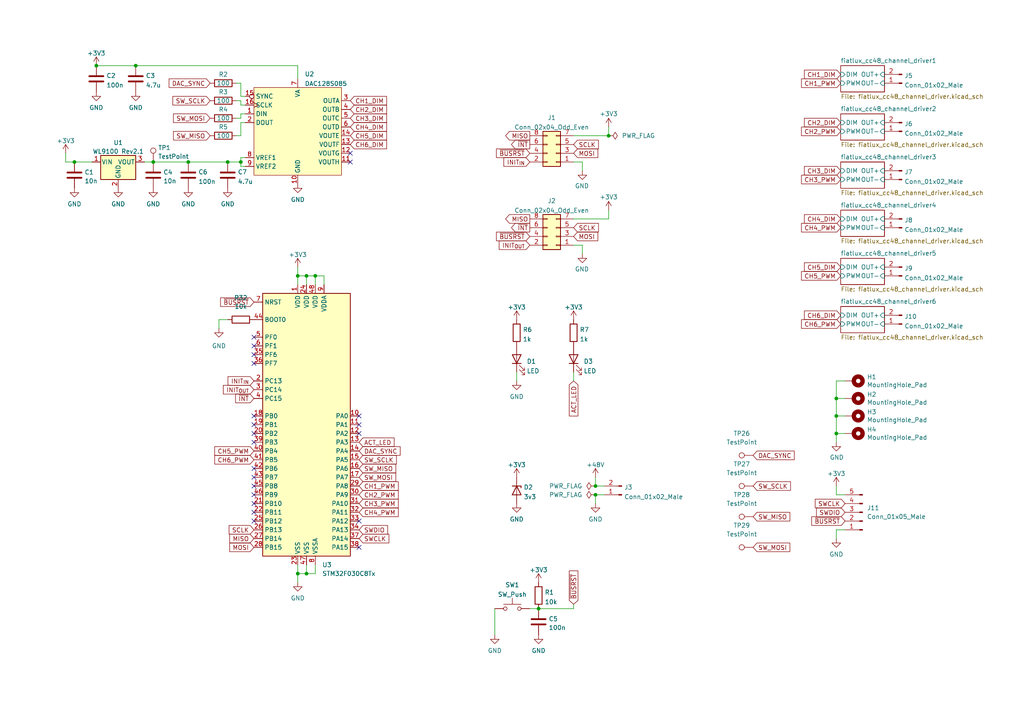
<source format=kicad_sch>
(kicad_sch (version 20211123) (generator eeschema)
  (paper "A4")
  (lib_symbols
    (symbol "Connector:Conn_01x02_Male" (pin_names (offset 1.016) hide)
      (property "Reference" "J" (at 0 2.54 0))
      (property "Value" "Conn_01x02_Male" (at 0 -5.08 0))
      (symbol "Conn_01x02_Male_1_1"
        (polyline (pts (xy 1.27 -2.54) (xy 0.8636 -2.54)) (stroke (width 0.1524)))
        (polyline (pts (xy 1.27 0) (xy 0.8636 0)) (stroke (width 0.1524)))
        (rectangle (start 0.8636 -2.413) (end 0 -2.667) (stroke (width 0.1524)) (fill (type outline)))
        (rectangle (start 0.8636 0.127) (end 0 -0.127) (stroke (width 0.1524)) (fill (type outline)))
        (pin passive line (at 5.08 0 180) (length 3.81) (name "Pin_1") (number "1"))
        (pin passive line (at 5.08 -2.54 180) (length 3.81) (name "Pin_2") (number "2"))
      )
    )
    (symbol "Connector:Conn_01x05_Male" (pin_names (offset 1.016) hide)
      (property "Reference" "J" (at 0 7.62 0))
      (property "Value" "Conn_01x05_Male" (at 0 -7.62 0))
      (symbol "Conn_01x05_Male_1_1"
        (polyline (pts (xy 1.27 -5.08) (xy 0.8636 -5.08)) (stroke (width 0.1524)))
        (polyline (pts (xy 1.27 -2.54) (xy 0.8636 -2.54)) (stroke (width 0.1524)))
        (polyline (pts (xy 1.27 0) (xy 0.8636 0)) (stroke (width 0.1524)))
        (polyline (pts (xy 1.27 2.54) (xy 0.8636 2.54)) (stroke (width 0.1524)))
        (polyline (pts (xy 1.27 5.08) (xy 0.8636 5.08)) (stroke (width 0.1524)))
        (rectangle (start 0.8636 -4.953) (end 0 -5.207) (stroke (width 0.1524)) (fill (type outline)))
        (rectangle (start 0.8636 -2.413) (end 0 -2.667) (stroke (width 0.1524)) (fill (type outline)))
        (rectangle (start 0.8636 0.127) (end 0 -0.127) (stroke (width 0.1524)) (fill (type outline)))
        (rectangle (start 0.8636 2.667) (end 0 2.413) (stroke (width 0.1524)) (fill (type outline)))
        (rectangle (start 0.8636 5.207) (end 0 4.953) (stroke (width 0.1524)) (fill (type outline)))
        (pin passive line (at 5.08 5.08 180) (length 3.81) (name "Pin_1") (number "1"))
        (pin passive line (at 5.08 2.54 180) (length 3.81) (name "Pin_2") (number "2"))
        (pin passive line (at 5.08 0 180) (length 3.81) (name "Pin_3") (number "3"))
        (pin passive line (at 5.08 -2.54 180) (length 3.81) (name "Pin_4") (number "4"))
        (pin passive line (at 5.08 -5.08 180) (length 3.81) (name "Pin_5") (number "5"))
      )
    )
    (symbol "Connector:TestPoint" (pin_numbers hide) (pin_names (offset 0.762) hide)
      (property "Reference" "TP" (at 0 6.858 0))
      (property "Value" "TestPoint" (at 0 5.08 0))
      (symbol "TestPoint_0_1"
        (circle (center 0 3.302) (radius 0.762))
      )
      (symbol "TestPoint_1_1"
        (pin passive line (at 0 0 90) (length 2.54) (name "1") (number "1"))
      )
    )
    (symbol "Connector_Generic:Conn_02x04_Odd_Even" (pin_names (offset 1.016) hide)
      (property "Reference" "J" (at 1.27 5.08 0))
      (property "Value" "Conn_02x04_Odd_Even" (at 1.27 -7.62 0))
      (symbol "Conn_02x04_Odd_Even_1_1"
        (rectangle (start -1.27 -4.953) (end 0 -5.207) (stroke (width 0.1524)))
        (rectangle (start -1.27 -2.413) (end 0 -2.667) (stroke (width 0.1524)))
        (rectangle (start -1.27 0.127) (end 0 -0.127) (stroke (width 0.1524)))
        (rectangle (start -1.27 2.667) (end 0 2.413) (stroke (width 0.1524)))
        (rectangle (start -1.27 3.81) (end 3.81 -6.35) (stroke (width 0.254)) (fill (type background)))
        (rectangle (start 3.81 -4.953) (end 2.54 -5.207) (stroke (width 0.1524)))
        (rectangle (start 3.81 -2.413) (end 2.54 -2.667) (stroke (width 0.1524)))
        (rectangle (start 3.81 0.127) (end 2.54 -0.127) (stroke (width 0.1524)))
        (rectangle (start 3.81 2.667) (end 2.54 2.413) (stroke (width 0.1524)))
        (pin passive line (at -5.08 2.54 0) (length 3.81) (name "Pin_1") (number "1"))
        (pin passive line (at 7.62 2.54 180) (length 3.81) (name "Pin_2") (number "2"))
        (pin passive line (at -5.08 0 0) (length 3.81) (name "Pin_3") (number "3"))
        (pin passive line (at 7.62 0 180) (length 3.81) (name "Pin_4") (number "4"))
        (pin passive line (at -5.08 -2.54 0) (length 3.81) (name "Pin_5") (number "5"))
        (pin passive line (at 7.62 -2.54 180) (length 3.81) (name "Pin_6") (number "6"))
        (pin passive line (at -5.08 -5.08 0) (length 3.81) (name "Pin_7") (number "7"))
        (pin passive line (at 7.62 -5.08 180) (length 3.81) (name "Pin_8") (number "8"))
      )
    )
    (symbol "Device:C" (pin_numbers hide) (pin_names (offset 0.254))
      (property "Reference" "C" (at 0.635 2.54 0))
      (property "Value" "C" (at 0.635 -2.54 0))
      (symbol "C_0_1"
        (polyline (pts (xy -2.032 -0.762) (xy 2.032 -0.762)) (stroke (width 0.508)))
        (polyline (pts (xy -2.032 0.762) (xy 2.032 0.762)) (stroke (width 0.508)))
      )
      (symbol "C_1_1"
        (pin passive line (at 0 3.81 270) (length 2.794) (name "~") (number "1"))
        (pin passive line (at 0 -3.81 90) (length 2.794) (name "~") (number "2"))
      )
    )
    (symbol "Device:D_Zener" (pin_numbers hide) (pin_names (offset 1.016) hide)
      (property "Reference" "D" (at 0 2.54 0))
      (property "Value" "D_Zener" (at 0 -2.54 0))
      (symbol "D_Zener_0_1"
        (polyline (pts (xy 1.27 0) (xy -1.27 0)))
        (polyline (pts (xy -1.27 -1.27) (xy -1.27 1.27) (xy -0.762 1.27)) (stroke (width 0.254)))
        (polyline (pts (xy 1.27 -1.27) (xy 1.27 1.27) (xy -1.27 0) (xy 1.27 -1.27)) (stroke (width 0.254)))
      )
      (symbol "D_Zener_1_1"
        (pin passive line (at -3.81 0 0) (length 2.54) (name "K") (number "1"))
        (pin passive line (at 3.81 0 180) (length 2.54) (name "A") (number "2"))
      )
    )
    (symbol "Device:LED" (pin_numbers hide) (pin_names (offset 1.016) hide)
      (property "Reference" "D" (at 0 2.54 0))
      (property "Value" "LED" (at 0 -2.54 0))
      (symbol "LED_0_1"
        (polyline (pts (xy -1.27 -1.27) (xy -1.27 1.27)) (stroke (width 0.254)))
        (polyline (pts (xy -1.27 0) (xy 1.27 0)))
        (polyline (pts (xy 1.27 -1.27) (xy 1.27 1.27) (xy -1.27 0) (xy 1.27 -1.27)) (stroke (width 0.254)))
        (polyline (pts (xy -3.048 -0.762) (xy -4.572 -2.286) (xy -3.81 -2.286) (xy -4.572 -2.286) (xy -4.572 -1.524)))
        (polyline (pts (xy -1.778 -0.762) (xy -3.302 -2.286) (xy -2.54 -2.286) (xy -3.302 -2.286) (xy -3.302 -1.524)))
      )
      (symbol "LED_1_1"
        (pin passive line (at -3.81 0 0) (length 2.54) (name "K") (number "1"))
        (pin passive line (at 3.81 0 180) (length 2.54) (name "A") (number "2"))
      )
    )
    (symbol "Device:R" (pin_numbers hide) (pin_names (offset 0))
      (property "Reference" "R" (at 2.032 0 90))
      (property "Value" "R" (at 0 0 90))
      (symbol "R_0_1"
        (rectangle (start -1.016 -2.54) (end 1.016 2.54) (stroke (width 0.254)))
      )
      (symbol "R_1_1"
        (pin passive line (at 0 3.81 270) (length 1.27) (name "~") (number "1"))
        (pin passive line (at 0 -3.81 90) (length 1.27) (name "~") (number "2"))
      )
    )
    (symbol "Library:DAC128S085"
      (property "Reference" "U" (at 0 -1.27 0))
      (property "Value" "DAC128S085" (at 0 1.27 0))
      (symbol "DAC128S085_0_1"
        (rectangle (start -12.7 12.7) (end 12.7 -12.7) (stroke (width 0.1524)) (fill (type background)))
      )
      (symbol "DAC128S085_1_1"
        (pin input line (at -15.24 5.08 0) (length 2.54) (name "DIN") (number "1"))
        (pin power_in line (at 0 -15.24 90) (length 2.54) (name "GND") (number "10"))
        (pin output line (at 15.24 -8.89 180) (length 2.54) (name "VOUTH") (number "11"))
        (pin output line (at 15.24 -6.35 180) (length 2.54) (name "VOUTG") (number "12"))
        (pin output line (at 15.24 -3.81 180) (length 2.54) (name "VOUTF") (number "13"))
        (pin output line (at 15.24 -1.27 180) (length 2.54) (name "VOUTE") (number "14"))
        (pin input inverted (at -15.24 10.16 0) (length 2.54) (name "SYNC") (number "15"))
        (pin input clock (at -15.24 7.62 0) (length 2.54) (name "SCLK") (number "16"))
        (pin output line (at -15.24 2.54 0) (length 2.54) (name "DOUT") (number "2"))
        (pin output line (at 15.24 8.89 180) (length 2.54) (name "OUTA") (number "3"))
        (pin output line (at 15.24 6.35 180) (length 2.54) (name "OUTB") (number "4"))
        (pin output line (at 15.24 3.81 180) (length 2.54) (name "OUTC") (number "5"))
        (pin output line (at 15.24 1.27 180) (length 2.54) (name "OUTD") (number "6"))
        (pin power_in line (at 0 15.24 270) (length 2.54) (name "VA") (number "7"))
        (pin input line (at -15.24 -7.62 0) (length 2.54) (name "VREF1") (number "8"))
        (pin input line (at -15.24 -10.16 0) (length 2.54) (name "VREF2") (number "9"))
      )
    )
    (symbol "MCU_ST_STM32F0:STM32F030C8Tx"
      (property "Reference" "U" (at -12.7 39.37 0))
      (property "Value" "STM32F030C8Tx" (at 7.62 39.37 0))
      (symbol "STM32F030C8Tx_0_1"
        (rectangle (start -12.7 -38.1) (end 12.7 38.1) (stroke (width 0.254)) (fill (type background)))
      )
      (symbol "STM32F030C8Tx_1_1"
        (pin power_in line (at -2.54 40.64 270) (length 2.54) (name "VDD") (number "1"))
        (pin bidirectional line (at 15.24 2.54 180) (length 2.54) (name "PA0") (number "10"))
        (pin bidirectional line (at 15.24 0 180) (length 2.54) (name "PA1") (number "11"))
        (pin bidirectional line (at 15.24 -2.54 180) (length 2.54) (name "PA2") (number "12"))
        (pin bidirectional line (at 15.24 -5.08 180) (length 2.54) (name "PA3") (number "13"))
        (pin bidirectional line (at 15.24 -7.62 180) (length 2.54) (name "PA4") (number "14"))
        (pin bidirectional line (at 15.24 -10.16 180) (length 2.54) (name "PA5") (number "15"))
        (pin bidirectional line (at 15.24 -12.7 180) (length 2.54) (name "PA6") (number "16"))
        (pin bidirectional line (at 15.24 -15.24 180) (length 2.54) (name "PA7") (number "17"))
        (pin bidirectional line (at -15.24 2.54 0) (length 2.54) (name "PB0") (number "18"))
        (pin bidirectional line (at -15.24 0 0) (length 2.54) (name "PB1") (number "19"))
        (pin bidirectional line (at -15.24 12.7 0) (length 2.54) (name "PC13") (number "2"))
        (pin bidirectional line (at -15.24 -2.54 0) (length 2.54) (name "PB2") (number "20"))
        (pin bidirectional line (at -15.24 -22.86 0) (length 2.54) (name "PB10") (number "21"))
        (pin bidirectional line (at -15.24 -25.4 0) (length 2.54) (name "PB11") (number "22"))
        (pin power_in line (at -2.54 -40.64 90) (length 2.54) (name "VSS") (number "23"))
        (pin power_in line (at 0 40.64 270) (length 2.54) (name "VDD") (number "24"))
        (pin bidirectional line (at -15.24 -27.94 0) (length 2.54) (name "PB12") (number "25"))
        (pin bidirectional line (at -15.24 -30.48 0) (length 2.54) (name "PB13") (number "26"))
        (pin bidirectional line (at -15.24 -33.02 0) (length 2.54) (name "PB14") (number "27"))
        (pin bidirectional line (at -15.24 -35.56 0) (length 2.54) (name "PB15") (number "28"))
        (pin bidirectional line (at 15.24 -17.78 180) (length 2.54) (name "PA8") (number "29"))
        (pin bidirectional line (at -15.24 10.16 0) (length 2.54) (name "PC14") (number "3"))
        (pin bidirectional line (at 15.24 -20.32 180) (length 2.54) (name "PA9") (number "30"))
        (pin bidirectional line (at 15.24 -22.86 180) (length 2.54) (name "PA10") (number "31"))
        (pin bidirectional line (at 15.24 -25.4 180) (length 2.54) (name "PA11") (number "32"))
        (pin bidirectional line (at 15.24 -27.94 180) (length 2.54) (name "PA12") (number "33"))
        (pin bidirectional line (at 15.24 -30.48 180) (length 2.54) (name "PA13") (number "34"))
        (pin bidirectional line (at -15.24 20.32 0) (length 2.54) (name "PF6") (number "35"))
        (pin bidirectional line (at -15.24 17.78 0) (length 2.54) (name "PF7") (number "36"))
        (pin bidirectional line (at 15.24 -33.02 180) (length 2.54) (name "PA14") (number "37"))
        (pin bidirectional line (at 15.24 -35.56 180) (length 2.54) (name "PA15") (number "38"))
        (pin bidirectional line (at -15.24 -5.08 0) (length 2.54) (name "PB3") (number "39"))
        (pin bidirectional line (at -15.24 7.62 0) (length 2.54) (name "PC15") (number "4"))
        (pin bidirectional line (at -15.24 -7.62 0) (length 2.54) (name "PB4") (number "40"))
        (pin bidirectional line (at -15.24 -10.16 0) (length 2.54) (name "PB5") (number "41"))
        (pin bidirectional line (at -15.24 -12.7 0) (length 2.54) (name "PB6") (number "42"))
        (pin bidirectional line (at -15.24 -15.24 0) (length 2.54) (name "PB7") (number "43"))
        (pin input line (at -15.24 30.48 0) (length 2.54) (name "BOOT0") (number "44"))
        (pin bidirectional line (at -15.24 -17.78 0) (length 2.54) (name "PB8") (number "45"))
        (pin bidirectional line (at -15.24 -20.32 0) (length 2.54) (name "PB9") (number "46"))
        (pin power_in line (at 0 -40.64 90) (length 2.54) (name "VSS") (number "47"))
        (pin power_in line (at 2.54 40.64 270) (length 2.54) (name "VDD") (number "48"))
        (pin input line (at -15.24 25.4 0) (length 2.54) (name "PF0") (number "5"))
        (pin input line (at -15.24 22.86 0) (length 2.54) (name "PF1") (number "6"))
        (pin input line (at -15.24 35.56 0) (length 2.54) (name "NRST") (number "7"))
        (pin power_in line (at 2.54 -40.64 90) (length 2.54) (name "VSSA") (number "8"))
        (pin power_in line (at 5.08 40.64 270) (length 2.54) (name "VDDA") (number "9"))
      )
    )
    (symbol "Mechanical:MountingHole_Pad" (pin_numbers hide) (pin_names (offset 1.016) hide)
      (property "Reference" "H" (at 0 6.35 0))
      (property "Value" "MountingHole_Pad" (at 0 4.445 0))
      (symbol "MountingHole_Pad_0_1"
        (circle (center 0 1.27) (radius 1.27) (stroke (width 1.27)))
      )
      (symbol "MountingHole_Pad_1_1"
        (pin input line (at 0 -2.54 90) (length 2.54) (name "1") (number "1"))
      )
    )
    (symbol "Regulator_Linear:AP2204R-3.0" (pin_names (offset 0.254))
      (property "Reference" "U" (at -5.08 3.175 0))
      (property "Value" "AP2204R-3.0" (at 0 3.175 0))
      (symbol "AP2204R-3.0_0_1"
        (rectangle (start -5.08 1.905) (end 5.08 -5.08) (stroke (width 0.254)) (fill (type background)))
      )
      (symbol "AP2204R-3.0_1_1"
        (pin power_in line (at -7.62 0 0) (length 2.54) (name "VIN") (number "1"))
        (pin power_in line (at 0 -7.62 90) (length 2.54) (name "GND") (number "2"))
        (pin power_out line (at 7.62 0 180) (length 2.54) (name "VOUT") (number "3"))
      )
    )
    (symbol "Switch:SW_Push" (pin_numbers hide) (pin_names (offset 1.016) hide)
      (property "Reference" "SW" (at 1.27 2.54 0))
      (property "Value" "SW_Push" (at 0 -1.524 0))
      (symbol "SW_Push_0_1"
        (circle (center -2.032 0) (radius 0.508))
        (polyline (pts (xy 0 1.27) (xy 0 3.048)))
        (polyline (pts (xy 2.54 1.27) (xy -2.54 1.27)))
        (circle (center 2.032 0) (radius 0.508))
        (pin passive line (at -5.08 0 0) (length 2.54) (name "1") (number "1"))
        (pin passive line (at 5.08 0 180) (length 2.54) (name "2") (number "2"))
      )
    )
    (symbol "library:DAC128S085"
      (property "Reference" "U2" (at 2.0194 16.6157 0))
      (property "Value" "DAC128S085" (at 2.0194 13.8406 0))
      (symbol "DAC128S085_0_1"
        (rectangle (start -12.7 12.7) (end 12.7 -12.7) (stroke (width 0.1524)) (fill (type background)))
      )
      (symbol "DAC128S085_1_1"
        (pin input line (at -15.24 5.08 0) (length 2.54) (name "DIN") (number "1"))
        (pin power_in line (at 0 -15.24 90) (length 2.54) (name "GND") (number "10"))
        (pin output line (at 15.24 -8.89 180) (length 2.54) (name "VOUTH") (number "11"))
        (pin output line (at 15.24 -6.35 180) (length 2.54) (name "VOUTG") (number "12"))
        (pin output line (at 15.24 -3.81 180) (length 2.54) (name "VOUTF") (number "13"))
        (pin output line (at 15.24 -1.27 180) (length 2.54) (name "VOUTE") (number "14"))
        (pin input inverted (at -15.24 10.16 0) (length 2.54) (name "SYNC") (number "15"))
        (pin input clock (at -15.24 7.62 0) (length 2.54) (name "SCLK") (number "16"))
        (pin output line (at -15.24 2.54 0) (length 2.54) (name "DOUT") (number "2"))
        (pin output line (at 15.24 8.89 180) (length 2.54) (name "OUTA") (number "3"))
        (pin output line (at 15.24 6.35 180) (length 2.54) (name "OUTB") (number "4"))
        (pin output line (at 15.24 3.81 180) (length 2.54) (name "OUTC") (number "5"))
        (pin output line (at 15.24 1.27 180) (length 2.54) (name "OUTD") (number "6"))
        (pin power_in line (at 0 15.24 270) (length 2.54) (name "VA") (number "7"))
        (pin input line (at -15.24 -7.62 0) (length 2.54) (name "VREF1") (number "8"))
        (pin input line (at -15.24 -10.16 0) (length 2.54) (name "VREF2") (number "9"))
      )
    )
    (symbol "power:+3.3V" (power) (pin_names (offset 0))
      (property "Value" "+3.3V" (at 0 3.556 0))
      (symbol "+3.3V_0_1"
        (polyline (pts (xy -0.762 1.27) (xy 0 2.54)))
        (polyline (pts (xy 0 0) (xy 0 2.54)))
        (polyline (pts (xy 0 2.54) (xy 0.762 1.27)))
      )
      (symbol "+3.3V_1_1"
        (pin power_in line (at 0 0 90) (length 0) hide (name "+3V3") (number "1"))
      )
    )
    (symbol "power:+3V3" (power) (pin_names (offset 0))
      (property "Value" "+3V3" (at 0 3.556 0))
      (symbol "+3V3_0_1"
        (polyline (pts (xy -0.762 1.27) (xy 0 2.54)))
        (polyline (pts (xy 0 0) (xy 0 2.54)))
        (polyline (pts (xy 0 2.54) (xy 0.762 1.27)))
      )
      (symbol "+3V3_1_1"
        (pin power_in line (at 0 0 90) (length 0) hide (name "+3V3") (number "1"))
      )
    )
    (symbol "power:+48V" (power) (pin_names (offset 0))
      (property "Value" "+48V" (at 0 3.556 0))
      (symbol "+48V_0_1"
        (polyline (pts (xy -0.762 1.27) (xy 0 2.54)))
        (polyline (pts (xy 0 0) (xy 0 2.54)))
        (polyline (pts (xy 0 2.54) (xy 0.762 1.27)))
      )
      (symbol "+48V_1_1"
        (pin power_in line (at 0 0 90) (length 0) hide (name "+48V") (number "1"))
      )
    )
    (symbol "power:GND" (power) (pin_names (offset 0))
      (property "Value" "GND" (at 0 -3.81 0))
      (symbol "GND_0_1"
        (polyline (pts (xy 0 0) (xy 0 -1.27) (xy 1.27 -1.27) (xy 0 -2.54) (xy -1.27 -1.27) (xy 0 -1.27)))
      )
      (symbol "GND_1_1"
        (pin power_in line (at 0 0 270) (length 0) hide (name "GND") (number "1"))
      )
    )
    (symbol "power:PWR_FLAG" (power) (pin_numbers hide) (pin_names (offset 0) hide)
      (property "Value" "PWR_FLAG" (at 0 3.81 0))
      (symbol "PWR_FLAG_0_0"
        (pin power_out line (at 0 0 90) (length 0) (name "pwr") (number "1"))
      )
      (symbol "PWR_FLAG_0_1"
        (polyline (pts (xy 0 0) (xy 0 1.27) (xy -1.016 1.905) (xy 0 2.54) (xy 1.016 1.905) (xy 0 1.27)))
      )
    )
  )
  (junction (at 44.45 46.99))
  (junction (at 242.57 115.57))
  (junction (at 172.72 140.97))
  (junction (at 66.04 46.99))
  (junction (at 39.37 19.05))
  (junction (at 88.9 166.37))
  (junction (at 69.85 46.99))
  (junction (at 88.9 80.01))
  (junction (at 86.36 166.37))
  (junction (at 21.59 46.99))
  (junction (at 242.57 125.73))
  (junction (at 172.72 143.51))
  (junction (at 54.61 46.99))
  (junction (at 91.44 80.01))
  (junction (at 27.94 19.05))
  (junction (at 242.57 120.65))
  (junction (at 156.21 176.53))
  (junction (at 176.53 39.37))
  (junction (at 86.36 80.01))
  (no_connect (at 101.6 44.45))
  (no_connect (at 101.6 46.99))
  (no_connect (at 104.14 151.13))
  (no_connect (at 104.14 158.75))
  (no_connect (at 104.14 125.73))
  (no_connect (at 104.14 123.19))
  (no_connect (at 104.14 120.65))
  (no_connect (at 73.66 97.79))
  (no_connect (at 73.66 100.33))
  (no_connect (at 73.66 102.87))
  (no_connect (at 73.66 105.41))
  (no_connect (at 73.66 120.65))
  (no_connect (at 73.66 123.19))
  (no_connect (at 73.66 125.73))
  (no_connect (at 73.66 128.27))
  (no_connect (at 73.66 135.89))
  (no_connect (at 73.66 138.43))
  (no_connect (at 73.66 140.97))
  (no_connect (at 73.66 143.51))
  (no_connect (at 73.66 146.05))
  (no_connect (at 73.66 148.59))
  (no_connect (at 73.66 151.13))
  (wire (pts (xy 88.9 80.01) (xy 91.44 80.01)))
  (wire (pts (xy 69.85 27.94) (xy 69.85 24.13)))
  (wire (pts (xy 86.36 19.05) (xy 86.36 22.86)))
  (wire (pts (xy 27.94 19.05) (xy 39.37 19.05)))
  (wire (pts (xy 69.85 46.99) (xy 69.85 48.26)))
  (wire (pts (xy 176.53 36.83) (xy 176.53 39.37)))
  (wire (pts (xy 69.85 39.37) (xy 68.58 39.37)))
  (wire (pts (xy 39.37 19.05) (xy 86.36 19.05)))
  (wire (pts (xy 19.05 46.99) (xy 21.59 46.99)))
  (wire (pts (xy 242.57 115.57) (xy 242.57 120.65)))
  (wire (pts (xy 69.85 24.13) (xy 68.58 24.13)))
  (wire (pts (xy 242.57 115.57) (xy 245.11 115.57)))
  (wire (pts (xy 166.37 46.99) (xy 168.91 46.99)))
  (wire (pts (xy 66.04 92.71) (xy 63.5 92.71)))
  (wire (pts (xy 88.9 166.37) (xy 91.44 166.37)))
  (wire (pts (xy 69.85 45.72) (xy 69.85 46.99)))
  (wire (pts (xy 86.36 77.47) (xy 86.36 80.01)))
  (wire (pts (xy 66.04 46.99) (xy 69.85 46.99)))
  (wire (pts (xy 172.72 140.97) (xy 175.26 140.97)))
  (wire (pts (xy 242.57 125.73) (xy 242.57 128.27)))
  (wire (pts (xy 44.45 46.99) (xy 54.61 46.99)))
  (wire (pts (xy 176.53 39.37) (xy 166.37 39.37)))
  (wire (pts (xy 242.57 143.51) (xy 245.11 143.51)))
  (wire (pts (xy 41.91 46.99) (xy 44.45 46.99)))
  (wire (pts (xy 242.57 120.65) (xy 245.11 120.65)))
  (wire (pts (xy 168.91 46.99) (xy 168.91 49.53)))
  (wire (pts (xy 69.85 45.72) (xy 71.12 45.72)))
  (wire (pts (xy 242.57 153.67) (xy 245.11 153.67)))
  (wire (pts (xy 156.21 176.53) (xy 166.37 176.53)))
  (wire (pts (xy 86.36 80.01) (xy 88.9 80.01)))
  (wire (pts (xy 21.59 46.99) (xy 26.67 46.99)))
  (wire (pts (xy 175.26 143.51) (xy 172.72 143.51)))
  (wire (pts (xy 69.85 30.48) (xy 71.12 30.48)))
  (wire (pts (xy 168.91 71.12) (xy 168.91 73.66)))
  (wire (pts (xy 153.67 176.53) (xy 156.21 176.53)))
  (wire (pts (xy 242.57 110.49) (xy 242.57 115.57)))
  (wire (pts (xy 143.51 176.53) (xy 143.51 184.15)))
  (wire (pts (xy 176.53 63.5) (xy 166.37 63.5)))
  (wire (pts (xy 172.72 138.43) (xy 172.72 140.97)))
  (wire (pts (xy 88.9 163.83) (xy 88.9 166.37)))
  (wire (pts (xy 71.12 48.26) (xy 69.85 48.26)))
  (wire (pts (xy 69.85 33.02) (xy 69.85 34.29)))
  (wire (pts (xy 71.12 33.02) (xy 69.85 33.02)))
  (wire (pts (xy 69.85 29.21) (xy 69.85 30.48)))
  (wire (pts (xy 91.44 166.37) (xy 91.44 163.83)))
  (wire (pts (xy 63.5 92.71) (xy 63.5 95.25)))
  (wire (pts (xy 176.53 60.96) (xy 176.53 63.5)))
  (wire (pts (xy 149.86 107.95) (xy 149.86 110.49)))
  (wire (pts (xy 245.11 110.49) (xy 242.57 110.49)))
  (wire (pts (xy 71.12 27.94) (xy 69.85 27.94)))
  (wire (pts (xy 86.36 166.37) (xy 88.9 166.37)))
  (wire (pts (xy 71.12 35.56) (xy 69.85 35.56)))
  (wire (pts (xy 86.36 166.37) (xy 86.36 168.91)))
  (wire (pts (xy 68.58 34.29) (xy 69.85 34.29)))
  (wire (pts (xy 172.72 143.51) (xy 172.72 146.05)))
  (wire (pts (xy 91.44 80.01) (xy 91.44 82.55)))
  (wire (pts (xy 86.36 163.83) (xy 86.36 166.37)))
  (wire (pts (xy 166.37 71.12) (xy 168.91 71.12)))
  (wire (pts (xy 245.11 125.73) (xy 242.57 125.73)))
  (wire (pts (xy 166.37 175.26) (xy 166.37 176.53)))
  (wire (pts (xy 91.44 80.01) (xy 93.98 80.01)))
  (wire (pts (xy 242.57 153.67) (xy 242.57 156.21)))
  (wire (pts (xy 68.58 29.21) (xy 69.85 29.21)))
  (wire (pts (xy 88.9 80.01) (xy 88.9 82.55)))
  (wire (pts (xy 19.05 46.99) (xy 19.05 44.45)))
  (wire (pts (xy 242.57 120.65) (xy 242.57 125.73)))
  (wire (pts (xy 166.37 107.95) (xy 166.37 110.49)))
  (wire (pts (xy 93.98 80.01) (xy 93.98 82.55)))
  (wire (pts (xy 54.61 46.99) (xy 66.04 46.99)))
  (wire (pts (xy 242.57 140.97) (xy 242.57 143.51)))
  (wire (pts (xy 69.85 35.56) (xy 69.85 39.37)))
  (wire (pts (xy 86.36 82.55) (xy 86.36 80.01)))
  (global_label "CH6_DIM" (shape input) (at 243.84 91.44 180) (property "Intersheet References" "${INTERSHEET_REFS}" (effects hide)))
  (global_label "SW_SCLK" (shape input) (at 60.96 29.21 180) (property "Intersheet References" "${INTERSHEET_REFS}" (effects hide)))
  (global_label "INIT_{OUT}" (shape input) (at 153.67 71.12 180) (property "Referenzen zwischen Schaltplänen" "${INTERSHEET_REFS}" (effects hide)))
  (global_label "~{BUSRST}" (shape input) (at 73.66 87.63 180) (property "Referenzen zwischen Schaltplänen" "${INTERSHEET_REFS}" (effects hide)))
  (global_label "SWCLK" (shape input) (at 104.14 156.21 0) (property "Intersheet References" "${INTERSHEET_REFS}" (effects hide)))
  (global_label "CH2_DIM" (shape input) (at 101.6 31.75 0) (property "Intersheet References" "${INTERSHEET_REFS}" (effects hide)))
  (global_label "CH5_PWM" (shape input) (at 73.66 130.81 180) (property "Intersheet References" "${INTERSHEET_REFS}" (effects hide)))
  (global_label "CH5_DIM" (shape input) (at 243.84 77.47 180) (property "Intersheet References" "${INTERSHEET_REFS}" (effects hide)))
  (global_label "SWDIO" (shape input) (at 104.14 153.67 0) (property "Intersheet References" "${INTERSHEET_REFS}" (effects hide)))
  (global_label "SWDIO" (shape input) (at 245.11 148.59 180) (property "Intersheet References" "${INTERSHEET_REFS}" (effects hide)))
  (global_label "SCLK" (shape input) (at 166.37 66.04 0) (property "Referenzen zwischen Schaltplänen" "${INTERSHEET_REFS}" (effects hide)))
  (global_label "MOSI" (shape input) (at 166.37 68.58 0) (property "Referenzen zwischen Schaltplänen" "${INTERSHEET_REFS}" (effects hide)))
  (global_label "SW_MISO" (shape input) (at 104.14 135.89 0) (property "Intersheet References" "${INTERSHEET_REFS}" (effects hide)))
  (global_label "SW_MOSI" (shape input) (at 104.14 138.43 0) (property "Intersheet References" "${INTERSHEET_REFS}" (effects hide)))
  (global_label "CH2_PWM" (shape input) (at 104.14 143.51 0) (property "Intersheet References" "${INTERSHEET_REFS}" (effects hide)))
  (global_label "CH4_PWM" (shape input) (at 104.14 148.59 0) (property "Intersheet References" "${INTERSHEET_REFS}" (effects hide)))
  (global_label "ACT_LED" (shape input) (at 166.37 110.49 270) (property "Intersheet References" "${INTERSHEET_REFS}" (effects hide)))
  (global_label "INIT_{IN}" (shape input) (at 153.67 46.99 180) (property "Referenzen zwischen Schaltplänen" "${INTERSHEET_REFS}" (effects hide)))
  (global_label "SCLK" (shape input) (at 166.37 41.91 0) (property "Referenzen zwischen Schaltplänen" "${INTERSHEET_REFS}" (effects hide)))
  (global_label "MOSI" (shape input) (at 166.37 44.45 0) (property "Referenzen zwischen Schaltplänen" "${INTERSHEET_REFS}" (effects hide)))
  (global_label "~{INT}" (shape output) (at 153.67 41.91 180) (property "Referenzen zwischen Schaltplänen" "${INTERSHEET_REFS}" (effects hide)))
  (global_label "CH1_DIM" (shape input) (at 101.6 29.21 0) (property "Intersheet References" "${INTERSHEET_REFS}" (effects hide)))
  (global_label "SW_SCLK" (shape input) (at 218.44 140.97 0) (property "Intersheet References" "${INTERSHEET_REFS}" (effects hide)))
  (global_label "CH3_DIM" (shape input) (at 101.6 34.29 0) (property "Intersheet References" "${INTERSHEET_REFS}" (effects hide)))
  (global_label "SW_MOSI" (shape input) (at 60.96 34.29 180) (property "Intersheet References" "${INTERSHEET_REFS}" (effects hide)))
  (global_label "MISO" (shape output) (at 153.67 63.5 180) (property "Referenzen zwischen Schaltplänen" "${INTERSHEET_REFS}" (effects hide)))
  (global_label "~{INT}" (shape output) (at 153.67 66.04 180) (property "Referenzen zwischen Schaltplänen" "${INTERSHEET_REFS}" (effects hide)))
  (global_label "SWCLK" (shape input) (at 245.11 146.05 180) (property "Intersheet References" "${INTERSHEET_REFS}" (effects hide)))
  (global_label "CH6_PWM" (shape input) (at 243.84 93.98 180) (property "Intersheet References" "${INTERSHEET_REFS}" (effects hide)))
  (global_label "CH3_DIM" (shape input) (at 243.84 49.53 180) (property "Intersheet References" "${INTERSHEET_REFS}" (effects hide)))
  (global_label "CH3_PWM" (shape input) (at 104.14 146.05 0) (property "Intersheet References" "${INTERSHEET_REFS}" (effects hide)))
  (global_label "CH1_PWM" (shape input) (at 104.14 140.97 0) (property "Intersheet References" "${INTERSHEET_REFS}" (effects hide)))
  (global_label "MOSI" (shape input) (at 73.66 158.75 180) (property "Intersheet References" "${INTERSHEET_REFS}" (effects hide)))
  (global_label "SW_SCLK" (shape input) (at 104.14 133.35 0) (property "Intersheet References" "${INTERSHEET_REFS}" (effects hide)))
  (global_label "CH4_DIM" (shape input) (at 243.84 63.5 180) (property "Intersheet References" "${INTERSHEET_REFS}" (effects hide)))
  (global_label "DAC_SYNC" (shape input) (at 60.96 24.13 180) (property "Intersheet References" "${INTERSHEET_REFS}" (effects hide)))
  (global_label "SCLK" (shape input) (at 73.66 153.67 180) (property "Intersheet References" "${INTERSHEET_REFS}" (effects hide)))
  (global_label "~{BUSRST}" (shape input) (at 153.67 44.45 180) (property "Referenzen zwischen Schaltplänen" "${INTERSHEET_REFS}" (effects hide)))
  (global_label "CH3_PWM" (shape input) (at 243.84 52.07 180) (property "Intersheet References" "${INTERSHEET_REFS}" (effects hide)))
  (global_label "DAC_SYNC" (shape input) (at 104.14 130.81 0) (property "Intersheet References" "${INTERSHEET_REFS}" (effects hide)))
  (global_label "MISO" (shape output) (at 153.67 39.37 180) (property "Referenzen zwischen Schaltplänen" "${INTERSHEET_REFS}" (effects hide)))
  (global_label "CH5_DIM" (shape input) (at 101.6 39.37 0) (property "Intersheet References" "${INTERSHEET_REFS}" (effects hide)))
  (global_label "INIT_{IN}" (shape input) (at 73.66 110.49 180) (property "Intersheet References" "${INTERSHEET_REFS}" (effects hide)))
  (global_label "DAC_SYNC" (shape input) (at 218.44 132.08 0) (property "Intersheet References" "${INTERSHEET_REFS}" (effects hide)))
  (global_label "~{BUSRST}" (shape input) (at 166.37 175.26 90) (property "Referenzen zwischen Schaltplänen" "${INTERSHEET_REFS}" (effects hide)))
  (global_label "CH2_PWM" (shape input) (at 243.84 38.1 180) (property "Intersheet References" "${INTERSHEET_REFS}" (effects hide)))
  (global_label "SW_MISO" (shape input) (at 218.44 149.86 0) (property "Intersheet References" "${INTERSHEET_REFS}" (effects hide)))
  (global_label "SW_MISO" (shape input) (at 60.96 39.37 180) (property "Intersheet References" "${INTERSHEET_REFS}" (effects hide)))
  (global_label "INIT_{OUT}" (shape input) (at 73.66 113.03 180) (property "Intersheet References" "${INTERSHEET_REFS}" (effects hide)))
  (global_label "CH5_PWM" (shape input) (at 243.84 80.01 180) (property "Intersheet References" "${INTERSHEET_REFS}" (effects hide)))
  (global_label "CH2_DIM" (shape input) (at 243.84 35.56 180) (property "Intersheet References" "${INTERSHEET_REFS}" (effects hide)))
  (global_label "CH4_PWM" (shape input) (at 243.84 66.04 180) (property "Intersheet References" "${INTERSHEET_REFS}" (effects hide)))
  (global_label "CH6_PWM" (shape input) (at 73.66 133.35 180) (property "Intersheet References" "${INTERSHEET_REFS}" (effects hide)))
  (global_label "~{INT}" (shape input) (at 73.66 115.57 180) (property "Intersheet References" "${INTERSHEET_REFS}" (effects hide)))
  (global_label "~{BUSRST}" (shape input) (at 245.11 151.13 180) (property "Referenzen zwischen Schaltplänen" "${INTERSHEET_REFS}" (effects hide)))
  (global_label "CH6_DIM" (shape input) (at 101.6 41.91 0) (property "Intersheet References" "${INTERSHEET_REFS}" (effects hide)))
  (global_label "ACT_LED" (shape input) (at 104.14 128.27 0) (property "Intersheet References" "${INTERSHEET_REFS}" (effects hide)))
  (global_label "MISO" (shape input) (at 73.66 156.21 180) (property "Intersheet References" "${INTERSHEET_REFS}" (effects hide)))
  (global_label "CH1_PWM" (shape input) (at 243.84 24.13 180) (property "Intersheet References" "${INTERSHEET_REFS}" (effects hide)))
  (global_label "SW_MOSI" (shape input) (at 218.44 158.75 0) (property "Intersheet References" "${INTERSHEET_REFS}" (effects hide)))
  (global_label "CH1_DIM" (shape input) (at 243.84 21.59 180) (property "Intersheet References" "${INTERSHEET_REFS}" (effects hide)))
  (global_label "~{BUSRST}" (shape input) (at 153.67 68.58 180) (property "Referenzen zwischen Schaltplänen" "${INTERSHEET_REFS}" (effects hide)))
  (global_label "CH4_DIM" (shape input) (at 101.6 36.83 0) (property "Intersheet References" "${INTERSHEET_REFS}" (effects hide)))
  (symbol (lib_id "Mechanical:MountingHole_Pad") (at 247.65 125.73 270) (unit 1)
    (property "Reference" "H4" (at 251.46 124.5616 90) (effects (justify left)))
    (property "Value" "MountingHole_Pad" (at 251.46 126.873 90) (effects (justify left)))
    (property "Footprint" "MountingHole:MountingHole_2.2mm_M2_Pad_Via" (effects hide))
    (property "LCSC" "-" (effects hide))
  )
  (symbol (lib_id "Device:LED") (at 166.37 104.14 90) (unit 1)
    (property "Reference" "D3" (at 169.291 104.819 90) (effects (justify right)))
    (property "Value" "LED" (at 169.291 107.5941 90) (effects (justify right)))
    (property "Footprint" "LED_SMD:LED_0805_2012Metric" (effects hide))
  )
  (symbol (lib_id "power:PWR_FLAG") (at 172.72 140.97 90) (unit 1)
    (property "Reference" "#FLG01" (effects hide))
    (property "Value" "PWR_FLAG" (at 168.91 140.9699 90) (effects (justify left)))
  )
  (symbol (lib_id "Device:C") (at 21.59 50.8 0) (unit 1)
    (property "Reference" "C1" (at 24.511 49.9653 0) (effects (justify left)))
    (property "Value" "10n" (at 24.511 52.5022 0) (effects (justify left)))
    (property "Footprint" "Capacitor_SMD:C_0805_2012Metric" (effects hide))
  )
  (symbol (lib_id "Device:D_Zener") (at 149.86 142.24 270) (unit 1)
    (property "Reference" "D2" (at 151.892 141.3315 90) (effects (justify left)))
    (property "Value" "3v3" (at 151.892 144.1066 90) (effects (justify left)))
    (property "Footprint" "Diode_SMD:D_MiniMELF" (effects hide))
  )
  (symbol (lib_id "Device:R") (at 69.85 92.71 270) (unit 1)
    (property "Reference" "R32" (at 69.85 86.36 90))
    (property "Value" "10k" (at 69.85 88.9 90))
    (property "Footprint" "Resistor_SMD:R_0603_1608Metric" (effects hide))
  )
  (symbol (lib_id "Connector:TestPoint") (at 44.45 46.99 0) (unit 1)
    (property "Reference" "TP1" (at 45.847 42.8533 0) (effects (justify left)))
    (property "Value" "TestPoint" (at 45.847 45.3902 0) (effects (justify left)))
    (property "Footprint" "TestPoint:TestPoint_Pad_D1.0mm" (effects hide))
  )
  (symbol (lib_id "Device:C") (at 27.94 22.86 0) (unit 1)
    (property "Reference" "C2" (at 30.861 21.9515 0) (effects (justify left)))
    (property "Value" "100n" (at 30.861 24.7266 0) (effects (justify left)))
    (property "Footprint" "Capacitor_SMD:C_0805_2012Metric" (effects hide))
  )
  (symbol (lib_id "power:GND") (at 66.04 54.61 0) (unit 1)
    (property "Reference" "#PWR012" (effects hide))
    (property "Value" "GND" (at 66.04 59.1725 0))
  )
  (symbol (lib_id "Device:R") (at 149.86 96.52 0) (unit 1)
    (property "Reference" "R6" (at 151.638 95.6115 0) (effects (justify left)))
    (property "Value" "1k" (at 151.638 98.3866 0) (effects (justify left)))
    (property "Footprint" "Resistor_SMD:R_0603_1608Metric" (effects hide))
  )
  (symbol (lib_id "Connector:TestPoint") (at 218.44 149.86 90) (unit 1)
    (property "Reference" "TP28" (at 215.138 143.51 90))
    (property "Value" "TestPoint" (at 215.138 146.05 90))
    (property "Footprint" "TestPoint:TestPoint_Pad_D1.0mm" (effects hide))
  )
  (symbol (lib_id "Connector:Conn_01x02_Male") (at 261.62 38.1 180) (unit 1)
    (property "Reference" "J6" (at 262.3312 35.9215 0) (effects (justify right)))
    (property "Value" "Conn_01x02_Male" (at 262.3312 38.6966 0) (effects (justify right)))
    (property "Footprint" "TerminalBlock:TerminalBlock_bornier-2_P5.08mm" (effects hide))
  )
  (symbol (lib_id "Connector:Conn_01x02_Male") (at 180.34 143.51 180) (unit 1)
    (property "Reference" "J3" (at 181.0512 141.3315 0) (effects (justify right)))
    (property "Value" "Conn_01x02_Male" (at 181.0512 144.1066 0) (effects (justify right)))
    (property "Footprint" "TerminalBlock:TerminalBlock_bornier-2_P5.08mm" (effects hide))
  )
  (symbol (lib_id "power:+3V3") (at 19.05 44.45 0) (unit 1)
    (property "Reference" "#PWR01" (effects hide))
    (property "Value" "+3V3" (at 19.05 40.8455 0))
  )
  (symbol (lib_id "Mechanical:MountingHole_Pad") (at 247.65 115.57 270) (unit 1)
    (property "Reference" "H2" (at 251.46 114.4016 90) (effects (justify left)))
    (property "Value" "MountingHole_Pad" (at 251.46 116.713 90) (effects (justify left)))
    (property "Footprint" "MountingHole:MountingHole_2.2mm_M2_Pad_Via" (effects hide))
    (property "LCSC" "-" (effects hide))
  )
  (symbol (lib_id "Connector:TestPoint") (at 218.44 158.75 90) (unit 1)
    (property "Reference" "TP29" (at 215.138 152.4 90))
    (property "Value" "TestPoint" (at 215.138 154.94 90))
    (property "Footprint" "TestPoint:TestPoint_Pad_D1.0mm" (effects hide))
  )
  (symbol (lib_id "power:GND") (at 39.37 26.67 0) (unit 1)
    (property "Reference" "#PWR07" (effects hide))
    (property "Value" "GND" (at 39.37 31.2325 0))
  )
  (symbol (lib_id "Device:R") (at 166.37 96.52 0) (unit 1)
    (property "Reference" "R7" (at 168.148 95.6115 0) (effects (justify left)))
    (property "Value" "1k" (at 168.148 98.3866 0) (effects (justify left)))
    (property "Footprint" "Resistor_SMD:R_0603_1608Metric" (effects hide))
  )
  (symbol (lib_id "Connector:Conn_01x02_Male") (at 261.62 80.01 180) (unit 1)
    (property "Reference" "J9" (at 262.3312 77.8315 0) (effects (justify right)))
    (property "Value" "Conn_01x02_Male" (at 262.3312 80.6066 0) (effects (justify right)))
    (property "Footprint" "TerminalBlock:TerminalBlock_bornier-2_P5.08mm" (effects hide))
  )
  (symbol (lib_id "Connector:TestPoint") (at 218.44 140.97 90) (unit 1)
    (property "Reference" "TP27" (at 215.138 134.62 90))
    (property "Value" "TestPoint" (at 215.138 137.16 90))
    (property "Footprint" "TestPoint:TestPoint_Pad_D1.0mm" (effects hide))
  )
  (symbol (lib_id "power:GND") (at 242.57 128.27 0) (unit 1)
    (property "Reference" "#PWR029" (effects hide))
    (property "Value" "GND" (at 242.697 132.6642 0))
  )
  (symbol (lib_id "Device:C") (at 66.04 50.8 0) (unit 1)
    (property "Reference" "C7" (at 68.961 49.8915 0) (effects (justify left)))
    (property "Value" "4.7u" (at 68.961 52.6666 0) (effects (justify left)))
    (property "Footprint" "Capacitor_SMD:C_0805_2012Metric" (effects hide))
  )
  (symbol (lib_id "power:+3V3") (at 242.57 140.97 0) (unit 1)
    (property "Reference" "#PWR0102" (effects hide))
    (property "Value" "+3V3" (at 242.57 137.3655 0))
  )
  (symbol (lib_id "Connector:Conn_01x02_Male") (at 261.62 66.04 180) (unit 1)
    (property "Reference" "J8" (at 262.3312 63.8615 0) (effects (justify right)))
    (property "Value" "Conn_01x02_Male" (at 262.3312 66.6366 0) (effects (justify right)))
    (property "Footprint" "TerminalBlock:TerminalBlock_bornier-2_P5.08mm" (effects hide))
  )
  (symbol (lib_id "power:GND") (at 27.94 26.67 0) (unit 1)
    (property "Reference" "#PWR04" (effects hide))
    (property "Value" "GND" (at 27.94 31.2325 0))
  )
  (symbol (lib_id "Device:C") (at 54.61 50.8 0) (unit 1)
    (property "Reference" "C6" (at 57.531 49.8915 0) (effects (justify left)))
    (property "Value" "100n" (at 57.531 52.6666 0) (effects (justify left)))
    (property "Footprint" "Capacitor_SMD:C_0805_2012Metric" (effects hide))
  )
  (symbol (lib_id "Device:C") (at 44.45 50.8 0) (unit 1)
    (property "Reference" "C4" (at 47.371 49.9653 0) (effects (justify left)))
    (property "Value" "10n" (at 47.371 52.5022 0) (effects (justify left)))
    (property "Footprint" "Capacitor_SMD:C_0805_2012Metric" (effects hide))
  )
  (symbol (lib_id "power:+48V") (at 172.72 138.43 0) (unit 1)
    (property "Reference" "#PWR024" (effects hide))
    (property "Value" "+48V" (at 172.72 134.8255 0))
  )
  (symbol (lib_id "Device:R") (at 64.77 24.13 90) (unit 1)
    (property "Reference" "R2" (at 64.77 21.59 90))
    (property "Value" "100" (at 64.77 24.13 90))
    (property "Footprint" "Resistor_SMD:R_0603_1608Metric" (effects hide))
  )
  (symbol (lib_id "power:GND") (at 242.57 156.21 0) (unit 1)
    (property "Reference" "#PWR0103" (effects hide))
    (property "Value" "GND" (at 242.57 160.7725 0))
  )
  (symbol (lib_id "power:GND") (at 63.5 95.25 0) (unit 1)
    (property "Reference" "#PWR0101" (effects hide))
    (property "Value" "GND" (at 63.5 100.33 0))
  )
  (symbol (lib_id "Device:C") (at 156.21 180.34 0) (unit 1)
    (property "Reference" "C5" (at 159.131 179.5053 0) (effects (justify left)))
    (property "Value" "100n" (at 159.131 182.0422 0) (effects (justify left)))
    (property "Footprint" "Capacitor_SMD:C_0805_2012Metric" (effects hide))
  )
  (symbol (lib_id "Connector:Conn_01x02_Male") (at 261.62 52.07 180) (unit 1)
    (property "Reference" "J7" (at 262.3312 49.8915 0) (effects (justify right)))
    (property "Value" "Conn_01x02_Male" (at 262.3312 52.6666 0) (effects (justify right)))
    (property "Footprint" "TerminalBlock:TerminalBlock_bornier-2_P5.08mm" (effects hide))
  )
  (symbol (lib_id "Device:R") (at 64.77 39.37 90) (unit 1)
    (property "Reference" "R5" (at 64.77 36.83 90))
    (property "Value" "100" (at 64.77 39.37 90))
    (property "Footprint" "Resistor_SMD:R_0603_1608Metric" (effects hide))
  )
  (symbol (lib_id "Mechanical:MountingHole_Pad") (at 247.65 120.65 270) (unit 1)
    (property "Reference" "H3" (at 251.46 119.4816 90) (effects (justify left)))
    (property "Value" "MountingHole_Pad" (at 251.46 121.793 90) (effects (justify left)))
    (property "Footprint" "MountingHole:MountingHole_2.2mm_M2_Pad_Via" (effects hide))
    (property "LCSC" "-" (effects hide))
  )
  (symbol (lib_id "power:GND") (at 168.91 49.53 0) (mirror y) (unit 1)
    (property "Reference" "#PWR022" (effects hide))
    (property "Value" "GND" (at 168.783 53.9242 0))
  )
  (symbol (lib_id "power:GND") (at 143.51 184.15 0) (unit 1)
    (property "Reference" "#PWR06" (effects hide))
    (property "Value" "GND" (at 143.51 188.7125 0))
  )
  (symbol (lib_id "Connector:Conn_01x02_Male") (at 261.62 93.98 180) (unit 1)
    (property "Reference" "J10" (at 262.3312 91.8015 0) (effects (justify right)))
    (property "Value" "Conn_01x02_Male" (at 262.3312 94.5766 0) (effects (justify right)))
    (property "Footprint" "TerminalBlock:TerminalBlock_bornier-2_P5.08mm" (effects hide))
  )
  (symbol (lib_id "power:GND") (at 54.61 54.61 0) (unit 1)
    (property "Reference" "#PWR011" (effects hide))
    (property "Value" "GND" (at 54.61 59.1725 0))
  )
  (symbol (lib_id "power:+3.3V") (at 176.53 60.96 0) (unit 1)
    (property "Reference" "#PWR027" (effects hide))
    (property "Value" "+3.3V" (at 176.53 57.15 0))
  )
  (symbol (lib_id "Device:R") (at 156.21 172.72 0) (unit 1)
    (property "Reference" "R1" (at 157.988 171.8115 0) (effects (justify left)))
    (property "Value" "10k" (at 157.988 174.5866 0) (effects (justify left)))
    (property "Footprint" "Resistor_SMD:R_0603_1608Metric" (effects hide))
  )
  (symbol (lib_id "MCU_ST_STM32F0:STM32F030C8Tx") (at 88.9 123.19 0) (unit 1)
    (property "Reference" "U3" (at 93.4594 163.83 0) (effects (justify left)))
    (property "Value" "STM32F030C8Tx" (at 93.4594 166.37 0) (effects (justify left)))
    (property "Footprint" "Package_QFP:LQFP-48_7x7mm_P0.5mm" (effects hide))
    (property "Datasheet" "http://www.st.com/st-web-ui/static/active/en/resource/technical/document/datasheet/DM00088500.pdf" (effects hide))
    (property "LCSC" " C23922" (effects hide))
  )
  (symbol (lib_id "Regulator_Linear:AP2204R-3.0") (at 34.29 46.99 0) (unit 1)
    (property "Reference" "U1" (at 34.29 41.3852 0))
    (property "Value" "WL9100 Rev2.1" (at 34.29 43.9221 0))
    (property "Footprint" "Package_TO_SOT_SMD:SOT-23" (effects hide))
    (property "Datasheet" "https://www.diodes.com/assets/Datasheets/AP2204.pdf" (effects hide))
    (property "LCSC" "C2688240" (effects hide))
  )
  (symbol (lib_id "library:DAC128S085") (at 86.36 38.1 0) (unit 1)
    (property "Reference" "U2" (at 88.3794 21.4843 0) (effects (justify left)))
    (property "Value" "DAC128S085" (at 88.3794 24.2594 0) (effects (justify left)))
    (property "Footprint" "Package_SO:SSOP-16_3.9x4.9mm_P0.635mm" (effects hide))
    (property "LCSC" "C882851" (effects hide))
  )
  (symbol (lib_id "power:+3V3") (at 149.86 92.71 0) (unit 1)
    (property "Reference" "#PWR017" (effects hide))
    (property "Value" "+3V3" (at 149.86 89.1055 0))
  )
  (symbol (lib_id "power:GND") (at 172.72 146.05 0) (unit 1)
    (property "Reference" "#PWR025" (effects hide))
    (property "Value" "GND" (at 172.72 150.6125 0))
  )
  (symbol (lib_id "Mechanical:MountingHole_Pad") (at 247.65 110.49 270) (unit 1)
    (property "Reference" "H1" (at 251.46 109.3216 90) (effects (justify left)))
    (property "Value" "MountingHole_Pad" (at 251.46 111.633 90) (effects (justify left)))
    (property "Footprint" "MountingHole:MountingHole_2.2mm_M2_Pad_Via" (effects hide))
    (property "LCSC" "-" (effects hide))
  )
  (symbol (lib_id "Connector:TestPoint") (at 218.44 132.08 90) (unit 1)
    (property "Reference" "TP26" (at 215.138 125.73 90))
    (property "Value" "TestPoint" (at 215.138 128.27 90))
    (property "Footprint" "TestPoint:TestPoint_Pad_D1.0mm" (effects hide))
  )
  (symbol (lib_id "power:GND") (at 168.91 73.66 0) (mirror y) (unit 1)
    (property "Reference" "#PWR023" (effects hide))
    (property "Value" "GND" (at 168.783 78.0542 0))
  )
  (symbol (lib_id "power:GND") (at 149.86 110.49 0) (unit 1)
    (property "Reference" "#PWR018" (effects hide))
    (property "Value" "GND" (at 149.86 115.0525 0))
  )
  (symbol (lib_id "power:+3V3") (at 27.94 19.05 0) (unit 1)
    (property "Reference" "#PWR03" (effects hide))
    (property "Value" "+3V3" (at 27.94 15.4455 0))
  )
  (symbol (lib_id "power:GND") (at 156.21 184.15 0) (unit 1)
    (property "Reference" "#PWR010" (effects hide))
    (property "Value" "GND" (at 156.21 188.7125 0))
  )
  (symbol (lib_id "power:PWR_FLAG") (at 176.53 39.37 270) (unit 1)
    (property "Reference" "#FLG03" (effects hide))
    (property "Value" "PWR_FLAG" (at 180.34 39.3699 90) (effects (justify left)))
  )
  (symbol (lib_id "power:+3V3") (at 166.37 92.71 0) (unit 1)
    (property "Reference" "#PWR021" (effects hide))
    (property "Value" "+3V3" (at 166.37 89.1055 0))
  )
  (symbol (lib_id "power:PWR_FLAG") (at 172.72 143.51 90) (unit 1)
    (property "Reference" "#FLG02" (effects hide))
    (property "Value" "PWR_FLAG" (at 168.91 143.5099 90) (effects (justify left)))
  )
  (symbol (lib_id "power:GND") (at 21.59 54.61 0) (unit 1)
    (property "Reference" "#PWR02" (effects hide))
    (property "Value" "GND" (at 21.59 59.1725 0))
  )
  (symbol (lib_id "Device:C") (at 39.37 22.86 0) (unit 1)
    (property "Reference" "C3" (at 42.291 21.9515 0) (effects (justify left)))
    (property "Value" "4.7u" (at 42.291 24.7266 0) (effects (justify left)))
    (property "Footprint" "Capacitor_SMD:C_0805_2012Metric" (effects hide))
  )
  (symbol (lib_id "power:+3V3") (at 156.21 168.91 0) (unit 1)
    (property "Reference" "#PWR09" (effects hide))
    (property "Value" "+3V3" (at 156.21 165.3055 0))
  )
  (symbol (lib_id "power:GND") (at 86.36 168.91 0) (unit 1)
    (property "Reference" "#PWR016" (effects hide))
    (property "Value" "GND" (at 86.36 173.4725 0))
  )
  (symbol (lib_id "power:+3V3") (at 149.86 138.43 0) (unit 1)
    (property "Reference" "#PWR019" (effects hide))
    (property "Value" "+3V3" (at 149.86 134.8255 0))
  )
  (symbol (lib_id "Device:LED") (at 149.86 104.14 90) (unit 1)
    (property "Reference" "D1" (at 152.781 104.819 90) (effects (justify right)))
    (property "Value" "LED" (at 152.781 107.5941 90) (effects (justify right)))
    (property "Footprint" "LED_SMD:LED_0805_2012Metric" (effects hide))
  )
  (symbol (lib_id "Connector:Conn_01x02_Male") (at 261.62 24.13 180) (unit 1)
    (property "Reference" "J5" (at 262.3312 21.9515 0) (effects (justify right)))
    (property "Value" "Conn_01x02_Male" (at 262.3312 24.7266 0) (effects (justify right)))
    (property "Footprint" "TerminalBlock:TerminalBlock_bornier-2_P5.08mm" (effects hide))
  )
  (symbol (lib_id "Connector:Conn_01x05_Male") (at 250.19 148.59 180) (unit 1)
    (property "Reference" "J11" (at 251.46 147.3199 0) (effects (justify right)))
    (property "Value" "Conn_01x05_Male" (at 251.46 149.8599 0) (effects (justify right)))
    (property "Footprint" "Connector_PinHeader_2.54mm:PinHeader_1x05_P2.54mm_Vertical" (effects hide))
  )
  (symbol (lib_id "power:GND") (at 34.29 54.61 0) (unit 1)
    (property "Reference" "#PWR05" (effects hide))
    (property "Value" "GND" (at 34.29 59.1725 0))
  )
  (symbol (lib_id "Device:R") (at 64.77 34.29 90) (unit 1)
    (property "Reference" "R4" (at 64.77 31.75 90))
    (property "Value" "100" (at 64.77 34.29 90))
    (property "Footprint" "Resistor_SMD:R_0603_1608Metric" (effects hide))
  )
  (symbol (lib_id "Connector_Generic:Conn_02x04_Odd_Even") (at 161.29 68.58 180) (unit 1)
    (property "Reference" "J2" (at 160.02 58.2635 0))
    (property "Value" "Conn_02x04_Odd_Even" (at 160.02 61.0386 0))
    (property "Footprint" "Connector_PinHeader_2.54mm:PinHeader_2x04_P2.54mm_Vertical" (effects hide))
  )
  (symbol (lib_id "power:GND") (at 149.86 146.05 0) (unit 1)
    (property "Reference" "#PWR020" (effects hide))
    (property "Value" "GND" (at 149.86 150.6125 0))
  )
  (symbol (lib_id "power:+3V3") (at 86.36 77.47 0) (unit 1)
    (property "Reference" "#PWR015" (effects hide))
    (property "Value" "+3V3" (at 86.36 73.8655 0))
  )
  (symbol (lib_id "power:+3.3V") (at 176.53 36.83 0) (unit 1)
    (property "Reference" "#PWR026" (effects hide))
    (property "Value" "+3.3V" (at 176.53 33.02 0))
  )
  (symbol (lib_id "power:GND") (at 44.45 54.61 0) (unit 1)
    (property "Reference" "#PWR08" (effects hide))
    (property "Value" "GND" (at 44.45 59.1725 0))
  )
  (symbol (lib_id "Device:R") (at 64.77 29.21 90) (unit 1)
    (property "Reference" "R3" (at 64.77 26.67 90))
    (property "Value" "100" (at 64.77 29.21 90))
    (property "Footprint" "Resistor_SMD:R_0603_1608Metric" (effects hide))
  )
  (symbol (lib_id "Connector_Generic:Conn_02x04_Odd_Even") (at 161.29 44.45 180) (unit 1)
    (property "Reference" "J1" (at 160.02 34.1335 0))
    (property "Value" "Conn_02x04_Odd_Even" (at 160.02 36.9086 0))
    (property "Footprint" "Connector_PinHeader_2.54mm:PinHeader_2x04_P2.54mm_Vertical" (effects hide))
  )
  (symbol (lib_id "power:GND") (at 86.36 53.34 0) (unit 1)
    (property "Reference" "#PWR014" (effects hide))
    (property "Value" "GND" (at 86.36 57.9025 0))
  )
  (symbol (lib_id "Switch:SW_Push") (at 148.59 176.53 0) (unit 1)
    (property "Reference" "SW1" (at 148.59 169.6425 0))
    (property "Value" "SW_Push" (at 148.59 172.4176 0))
    (property "Footprint" "Button_Switch_SMD:SW_SPST_EVQPE1" (effects hide))
  )
  (sheet (at 243.84 46.99) (size 12.7 7.62) (stroke (width 0.1524))
    (property "Sheet name" "fiatlux_cc48_channel_driver3" (at 243.84 46.2784 0) (effects (justify left bottom)))
    (property "Sheet file" "fiatlux_cc48_channel_driver.kicad_sch" (at 243.84 55.1946 0) (effects (justify left top)))
    (pin "OUT-" input (at 256.54 52.07 0))
    (pin "OUT+" input (at 256.54 49.53 0))
    (pin "DIM" input (at 243.84 49.53 180))
    (pin "PWM" input (at 243.84 52.07 180))
  )
  (sheet (at 243.84 88.9) (size 12.7 7.62) (stroke (width 0.1524))
    (property "Sheet name" "fiatlux_cc48_channel_driver6" (at 243.84 88.1884 0) (effects (justify left bottom)))
    (property "Sheet file" "fiatlux_cc48_channel_driver.kicad_sch" (at 243.84 97.1046 0) (effects (justify left top)))
    (pin "OUT-" input (at 256.54 93.98 0))
    (pin "OUT+" input (at 256.54 91.44 0))
    (pin "DIM" input (at 243.84 91.44 180))
    (pin "PWM" input (at 243.84 93.98 180))
  )
  (sheet (at 243.84 60.96) (size 12.7 7.62) (stroke (width 0.1524))
    (property "Sheet name" "fiatlux_cc48_channel_driver4" (at 243.84 60.2484 0) (effects (justify left bottom)))
    (property "Sheet file" "fiatlux_cc48_channel_driver.kicad_sch" (at 243.84 69.1646 0) (effects (justify left top)))
    (pin "OUT-" input (at 256.54 66.04 0))
    (pin "OUT+" input (at 256.54 63.5 0))
    (pin "DIM" input (at 243.84 63.5 180))
    (pin "PWM" input (at 243.84 66.04 180))
  )
  (sheet (at 243.84 74.93) (size 12.7 7.62) (stroke (width 0.1524))
    (property "Sheet name" "fiatlux_cc48_channel_driver5" (at 243.84 74.2184 0) (effects (justify left bottom)))
    (property "Sheet file" "fiatlux_cc48_channel_driver.kicad_sch" (at 243.84 83.1346 0) (effects (justify left top)))
    (pin "OUT-" input (at 256.54 80.01 0))
    (pin "OUT+" input (at 256.54 77.47 0))
    (pin "DIM" input (at 243.84 77.47 180))
    (pin "PWM" input (at 243.84 80.01 180))
  )
  (sheet (at 243.84 33.02) (size 12.7 7.62) (stroke (width 0.1524))
    (property "Sheet name" "fiatlux_cc48_channel_driver2" (at 243.84 32.3084 0) (effects (justify left bottom)))
    (property "Sheet file" "fiatlux_cc48_channel_driver.kicad_sch" (at 243.84 41.2246 0) (effects (justify left top)))
    (pin "OUT-" input (at 256.54 38.1 0))
    (pin "OUT+" input (at 256.54 35.56 0))
    (pin "DIM" input (at 243.84 35.56 180))
    (pin "PWM" input (at 243.84 38.1 180))
  )
  (sheet (at 243.84 19.05) (size 12.7 7.62) (stroke (width 0.1524))
    (property "Sheet name" "fiatlux_cc48_channel_driver1" (at 243.84 18.3384 0) (effects (justify left bottom)))
    (property "Sheet file" "fiatlux_cc48_channel_driver.kicad_sch" (at 243.84 27.2546 0) (effects (justify left top)))
    (pin "OUT-" input (at 256.54 24.13 0))
    (pin "OUT+" input (at 256.54 21.59 0))
    (pin "DIM" input (at 243.84 21.59 180))
    (pin "PWM" input (at 243.84 24.13 180))
  )
)
</source>
